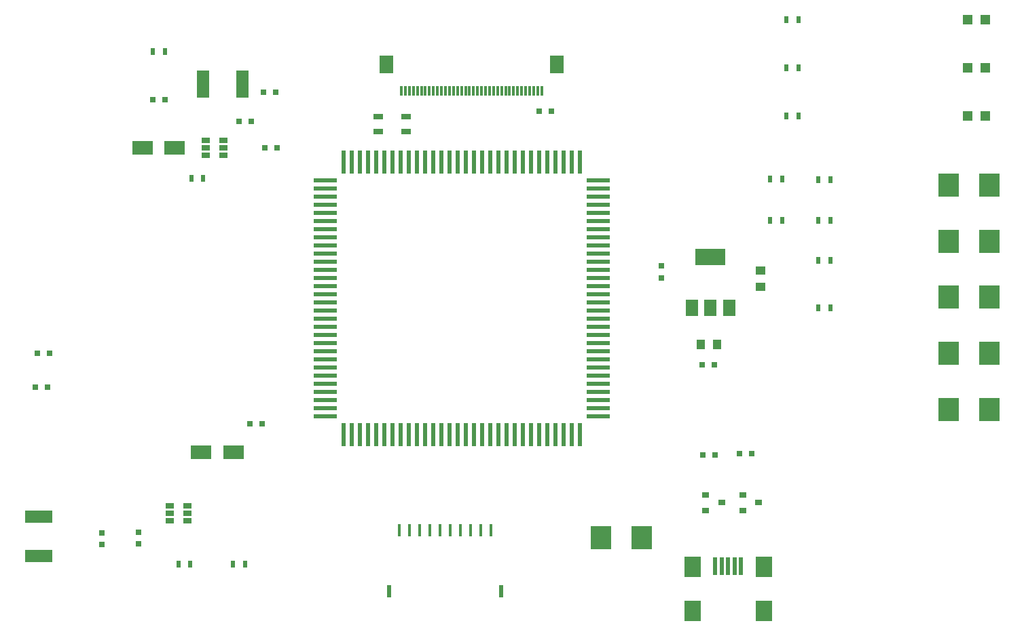
<source format=gbr>
G04 #@! TF.FileFunction,Paste,Top*
%FSLAX46Y46*%
G04 Gerber Fmt 4.6, Leading zero omitted, Abs format (unit mm)*
G04 Created by KiCad (PCBNEW 4.0.7) date 08/21/19 21:36:26*
%MOMM*%
%LPD*%
G01*
G04 APERTURE LIST*
%ADD10C,0.100000*%
%ADD11R,1.000000X1.250000*%
%ADD12R,0.800000X0.750000*%
%ADD13R,0.750000X0.800000*%
%ADD14R,1.250000X1.000000*%
%ADD15R,0.900000X0.800000*%
%ADD16R,1.200000X1.200000*%
%ADD17R,3.500000X1.600000*%
%ADD18R,0.500000X0.900000*%
%ADD19R,1.060000X0.650000*%
%ADD20R,1.800000X2.200000*%
%ADD21R,0.300000X1.300000*%
%ADD22R,1.300000X0.700000*%
%ADD23R,2.500000X3.000000*%
%ADD24R,1.600000X3.500000*%
%ADD25R,3.800000X2.000000*%
%ADD26R,1.500000X2.000000*%
%ADD27R,3.000000X0.600000*%
%ADD28R,0.600000X3.000000*%
%ADD29R,0.304800X1.524000*%
%ADD30R,0.508000X1.524000*%
%ADD31R,2.500000X1.800000*%
%ADD32R,0.500000X2.300000*%
%ADD33R,2.000000X2.500000*%
G04 APERTURE END LIST*
D10*
D11*
X164600000Y-103500000D03*
X162600000Y-103500000D03*
D12*
X162750000Y-106100000D03*
X164250000Y-106100000D03*
D13*
X157700000Y-95250000D03*
X157700000Y-93750000D03*
D14*
X170000000Y-94300000D03*
X170000000Y-96300000D03*
D12*
X168950000Y-117200000D03*
X167450000Y-117200000D03*
X162850000Y-117300000D03*
X164350000Y-117300000D03*
X106550000Y-75700000D03*
X105050000Y-75700000D03*
X109550000Y-72000000D03*
X108050000Y-72000000D03*
X95750000Y-73000000D03*
X94250000Y-73000000D03*
X109750000Y-79000000D03*
X108250000Y-79000000D03*
X81350000Y-104600000D03*
X79850000Y-104600000D03*
X81150000Y-108900000D03*
X79650000Y-108900000D03*
D15*
X167800000Y-122350000D03*
X167800000Y-124250000D03*
X169800000Y-123300000D03*
X163200000Y-122350000D03*
X163200000Y-124250000D03*
X165200000Y-123300000D03*
D16*
X195900000Y-69000000D03*
X198100000Y-69000000D03*
X195900000Y-75000000D03*
X198100000Y-75000000D03*
X195900000Y-63000000D03*
X198100000Y-63000000D03*
D17*
X80000000Y-129940000D03*
X80000000Y-125060000D03*
D18*
X172750000Y-88000000D03*
X171250000Y-88000000D03*
X172750000Y-82900000D03*
X171250000Y-82900000D03*
X177250000Y-83000000D03*
X178750000Y-83000000D03*
X177250000Y-88000000D03*
X178750000Y-88000000D03*
X177250000Y-93000000D03*
X178750000Y-93000000D03*
X177250000Y-99000000D03*
X178750000Y-99000000D03*
X173250000Y-69000000D03*
X174750000Y-69000000D03*
X173250000Y-75000000D03*
X174750000Y-75000000D03*
X173250000Y-63000000D03*
X174750000Y-63000000D03*
X99050000Y-82800000D03*
X100550000Y-82800000D03*
X94250000Y-67000000D03*
X95750000Y-67000000D03*
D19*
X100900000Y-78050000D03*
X100900000Y-79000000D03*
X100900000Y-79950000D03*
X103100000Y-79950000D03*
X103100000Y-78050000D03*
X103100000Y-79000000D03*
X96400000Y-123650000D03*
X96400000Y-124600000D03*
X96400000Y-125550000D03*
X98600000Y-125550000D03*
X98600000Y-123650000D03*
X98600000Y-124600000D03*
D20*
X123350000Y-68600000D03*
X144650000Y-68600000D03*
D21*
X142750000Y-71850000D03*
X142250000Y-71850000D03*
X141750000Y-71850000D03*
X141250000Y-71850000D03*
X140750000Y-71850000D03*
X140250000Y-71850000D03*
X139750000Y-71850000D03*
X139250000Y-71850000D03*
X138750000Y-71850000D03*
X138250000Y-71850000D03*
X137750000Y-71850000D03*
X137250000Y-71850000D03*
X136750000Y-71850000D03*
X136250000Y-71850000D03*
X135750000Y-71850000D03*
X135250000Y-71850000D03*
X134750000Y-71850000D03*
X134250000Y-71850000D03*
X133750000Y-71850000D03*
X133250000Y-71850000D03*
X132750000Y-71850000D03*
X132250000Y-71850000D03*
X131750000Y-71850000D03*
X131250000Y-71850000D03*
X130750000Y-71850000D03*
X130250000Y-71850000D03*
X129750000Y-71850000D03*
X129250000Y-71850000D03*
X128750000Y-71850000D03*
X128250000Y-71850000D03*
X127750000Y-71850000D03*
X127250000Y-71850000D03*
X126750000Y-71850000D03*
X126250000Y-71850000D03*
X125750000Y-71850000D03*
X125250000Y-71850000D03*
D12*
X142450000Y-74400000D03*
X143950000Y-74400000D03*
D22*
X122400000Y-75050000D03*
X122400000Y-76950000D03*
X125800000Y-75050000D03*
X125800000Y-76950000D03*
D23*
X193500000Y-83650000D03*
X198600000Y-83650000D03*
X150100000Y-127650000D03*
X155200000Y-127650000D03*
X193500000Y-90650000D03*
X198600000Y-90650000D03*
X193500000Y-97650000D03*
X198600000Y-97650000D03*
X193500000Y-104650000D03*
X198600000Y-104650000D03*
X193500000Y-111650000D03*
X198600000Y-111650000D03*
D24*
X100560000Y-71000000D03*
X105440000Y-71000000D03*
D25*
X163800000Y-92650000D03*
D26*
X163800000Y-98950000D03*
X166100000Y-98950000D03*
X161500000Y-98950000D03*
D27*
X149762000Y-112476000D03*
X149762000Y-111460000D03*
X149762000Y-110444000D03*
X149762000Y-109428000D03*
X149762000Y-108412000D03*
X149762000Y-107396000D03*
X149762000Y-106380000D03*
X149762000Y-105364000D03*
X149762000Y-104348000D03*
X149762000Y-103332000D03*
X149762000Y-102316000D03*
X149762000Y-101300000D03*
X149762000Y-100284000D03*
X149762000Y-99268000D03*
X149762000Y-98252000D03*
X149762000Y-97236000D03*
X149762000Y-96220000D03*
X149762000Y-95204000D03*
X149762000Y-94188000D03*
X149762000Y-93172000D03*
X149762000Y-92156000D03*
X149762000Y-91140000D03*
X149762000Y-90124000D03*
X149762000Y-89108000D03*
X149762000Y-88092000D03*
X149762000Y-87076000D03*
X149762000Y-86060000D03*
X149762000Y-85044000D03*
X149762000Y-84028000D03*
X149762000Y-83012000D03*
D28*
X147476000Y-80726000D03*
X146460000Y-80726000D03*
X145444000Y-80726000D03*
X144428000Y-80726000D03*
X143412000Y-80726000D03*
X142396000Y-80726000D03*
X141380000Y-80726000D03*
X140364000Y-80726000D03*
X139348000Y-80726000D03*
X138332000Y-80726000D03*
X137316000Y-80726000D03*
X136300000Y-80726000D03*
X135284000Y-80726000D03*
X134268000Y-80726000D03*
X133252000Y-80726000D03*
X132236000Y-80726000D03*
X131220000Y-80726000D03*
X130204000Y-80726000D03*
X129188000Y-80726000D03*
X128172000Y-80726000D03*
X127156000Y-80726000D03*
X126140000Y-80726000D03*
X125124000Y-80726000D03*
X124108000Y-80726000D03*
X123092000Y-80726000D03*
X122076000Y-80726000D03*
X121060000Y-80726000D03*
X120044000Y-80726000D03*
X119028000Y-80726000D03*
X118012000Y-80726000D03*
D27*
X115726000Y-83012000D03*
X115726000Y-84028000D03*
X115726000Y-85044000D03*
X115726000Y-86060000D03*
X115726000Y-87076000D03*
X115726000Y-88092000D03*
X115726000Y-89108000D03*
X115726000Y-90124000D03*
X115726000Y-91140000D03*
X115726000Y-92156000D03*
X115726000Y-93172000D03*
X115726000Y-94188000D03*
X115726000Y-95204000D03*
X115726000Y-96220000D03*
X115726000Y-97236000D03*
X115726000Y-98252000D03*
X115726000Y-99268000D03*
X115726000Y-100284000D03*
X115726000Y-101300000D03*
X115726000Y-102316000D03*
X115726000Y-103332000D03*
X115726000Y-104348000D03*
X115726000Y-105364000D03*
X115726000Y-106380000D03*
X115726000Y-107396000D03*
X115726000Y-108412000D03*
X115726000Y-109428000D03*
X115726000Y-110444000D03*
X115726000Y-111460000D03*
X115726000Y-112476000D03*
D28*
X118012000Y-114762000D03*
X119028000Y-114762000D03*
X120044000Y-114762000D03*
X121060000Y-114762000D03*
X122076000Y-114762000D03*
X123092000Y-114762000D03*
X124108000Y-114762000D03*
X125124000Y-114762000D03*
X126140000Y-114762000D03*
X127156000Y-114762000D03*
X128172000Y-114762000D03*
X129188000Y-114762000D03*
X130204000Y-114762000D03*
X131220000Y-114762000D03*
X132236000Y-114762000D03*
X133252000Y-114762000D03*
X134268000Y-114762000D03*
X135284000Y-114762000D03*
X136300000Y-114762000D03*
X137316000Y-114762000D03*
X138332000Y-114762000D03*
X139348000Y-114762000D03*
X140364000Y-114762000D03*
X141380000Y-114762000D03*
X142396000Y-114762000D03*
X143412000Y-114762000D03*
X144428000Y-114762000D03*
X145444000Y-114762000D03*
X146460000Y-114762000D03*
X147476000Y-114762000D03*
D29*
X125016000Y-126746000D03*
X126286000Y-126746000D03*
X127556000Y-126746000D03*
X128826000Y-126746000D03*
X130096000Y-126746000D03*
X131366000Y-126746000D03*
X132636000Y-126746000D03*
X133906000Y-126746000D03*
X135176000Y-126746000D03*
X136446000Y-126746000D03*
D30*
X123746000Y-134366000D03*
X137716000Y-134366000D03*
D13*
X87900000Y-127050000D03*
X87900000Y-128550000D03*
X92500000Y-126950000D03*
X92500000Y-128450000D03*
D12*
X107850000Y-113400000D03*
X106350000Y-113400000D03*
D31*
X104300000Y-117000000D03*
X100300000Y-117000000D03*
D18*
X97450000Y-131000000D03*
X98950000Y-131000000D03*
X105750000Y-131000000D03*
X104250000Y-131000000D03*
D31*
X93000000Y-79000000D03*
X97000000Y-79000000D03*
D32*
X164400000Y-131200000D03*
X165200000Y-131200000D03*
X166000000Y-131200000D03*
X166800000Y-131200000D03*
X167600000Y-131200000D03*
D33*
X161550000Y-131300000D03*
X161550000Y-136800000D03*
X170450000Y-131300000D03*
X170450000Y-136800000D03*
M02*

</source>
